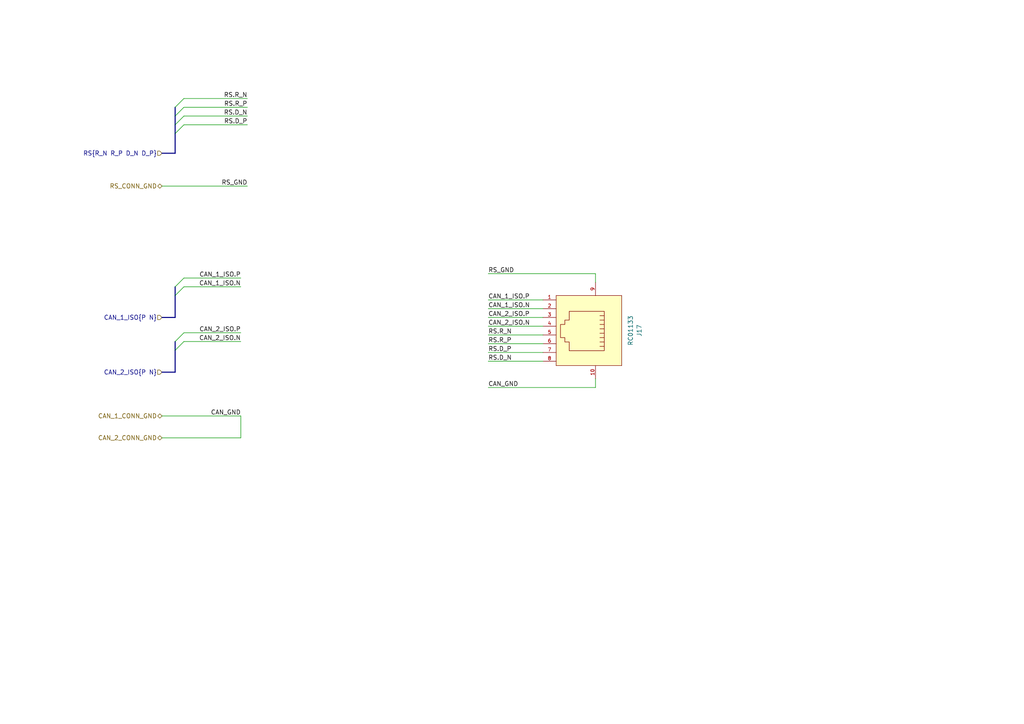
<source format=kicad_sch>
(kicad_sch (version 20250114) (generator "eeschema") (generator_version "9.0")
  (paper "A4")
  (lib_symbols
    (symbol "RC01133:RC01133" (pin_names (hide yes))
      (property "Reference" "J" (at -10.16 13.97 0))
      (property "Value" "RC01133" (at -6.35 -19.05 0))
      (symbol "RC01133_0_1"
        (rectangle (start -11.43 12.7) (end 8.89 -6.35) (fill (type background)))
        (polyline (pts (xy -6.858 7.62) (xy 4.572 7.62) (xy 4.572 -2.54) (xy 2.032 -2.54) (xy 2.032 -3.81) (xy 0.762 -3.81) (xy 0.762 -5.08) (xy -3.048 -5.08) (xy -3.048 -3.81) (xy -4.318 -3.81) (xy -4.318 -2.54) (xy -6.858 -2.54) (xy -6.858 7.62) (xy -6.858 7.62)))
        (polyline (pts (xy -5.588 6.35) (xy -5.588 7.62) (xy -5.588 7.62)))
        (polyline (pts (xy -4.318 7.62) (xy -4.318 6.35) (xy -4.318 6.35)))
        (polyline (pts (xy -3.048 7.62) (xy -3.048 6.35) (xy -3.048 6.35)))
        (polyline (pts (xy -1.778 7.62) (xy -1.778 6.35) (xy -1.778 6.35)))
        (polyline (pts (xy -0.508 7.62) (xy -0.508 6.35) (xy -0.508 6.35)))
        (polyline (pts (xy 0.762 7.62) (xy 0.762 6.35) (xy 0.762 6.35)))
        (polyline (pts (xy 2.032 6.35) (xy 2.032 7.62) (xy 2.032 7.62)))
        (polyline (pts (xy 3.302 6.35) (xy 3.302 7.62) (xy 3.302 7.62)))
        (pin unspecified line (at -15.24 5.08 0) (length 3.81) (name "9") (number "9"))
        (pin unspecified line (at -10.16 -10.16 90) (length 3.81) (name "1") (number "1"))
        (pin unspecified line (at -7.62 -10.16 90) (length 3.81) (name "2") (number "2"))
        (pin unspecified line (at -5.08 -10.16 90) (length 3.81) (name "3") (number "3"))
        (pin unspecified line (at -2.54 -10.16 90) (length 3.81) (name "4") (number "4"))
        (pin unspecified line (at 0 -10.16 90) (length 3.81) (name "5") (number "5"))
        (pin unspecified line (at 2.54 -10.16 90) (length 3.81) (name "6") (number "6"))
        (pin unspecified line (at 5.08 -10.16 90) (length 3.81) (name "7") (number "7"))
        (pin unspecified line (at 7.62 -10.16 90) (length 3.81) (name "8") (number "8"))
        (pin unspecified line (at 12.7 5.08 180) (length 3.81) (name "10") (number "10"))
      )
    )
  )
  (bus_entry (at 50.8 99.06) (size 2.54 -2.54))
  (bus_entry (at 50.8 31.115) (size 2.54 -2.54))
  (bus_entry (at 50.8 101.6) (size 2.54 -2.54))
  (bus_entry (at 50.8 83.185) (size 2.54 -2.54))
  (bus_entry (at 50.8 85.725) (size 2.54 -2.54))
  (bus_entry (at 50.8 33.655) (size 2.54 -2.54))
  (bus_entry (at 50.8 38.735) (size 2.54 -2.54))
  (bus_entry (at 50.8 36.195) (size 2.54 -2.54))
  (wire (pts (xy 157.48 92.075) (xy 141.605 92.075)))
  (wire (pts (xy 69.85 120.65) (xy 69.85 127)))
  (wire (pts (xy 53.34 36.195) (xy 71.755 36.195)))
  (wire (pts (xy 172.72 81.915) (xy 172.72 79.375)))
  (wire (pts (xy 53.34 28.575) (xy 71.755 28.575)))
  (wire (pts (xy 53.34 33.655) (xy 71.755 33.655)))
  (bus (pts (xy 50.8 33.655) (xy 50.8 31.115)))
  (wire (pts (xy 141.605 79.375) (xy 172.72 79.375)))
  (bus (pts (xy 50.8 36.195) (xy 50.8 38.735)))
  (bus (pts (xy 46.99 92.075) (xy 50.8 92.075)))
  (wire (pts (xy 53.34 99.06) (xy 69.85 99.06)))
  (bus (pts (xy 50.8 101.6) (xy 50.8 107.95)))
  (wire (pts (xy 46.99 53.975) (xy 71.755 53.975)))
  (wire (pts (xy 46.99 127) (xy 69.85 127)))
  (wire (pts (xy 157.48 102.235) (xy 141.605 102.235)))
  (wire (pts (xy 53.34 83.185) (xy 69.85 83.185)))
  (wire (pts (xy 46.99 120.65) (xy 69.85 120.65)))
  (wire (pts (xy 141.605 112.395) (xy 172.72 112.395)))
  (bus (pts (xy 46.99 107.95) (xy 50.8 107.95)))
  (bus (pts (xy 50.8 99.06) (xy 50.8 101.6)))
  (bus (pts (xy 50.8 44.45) (xy 46.99 44.45)))
  (wire (pts (xy 157.48 104.775) (xy 141.605 104.775)))
  (wire (pts (xy 157.48 86.995) (xy 141.605 86.995)))
  (bus (pts (xy 50.8 33.655) (xy 50.8 36.195)))
  (wire (pts (xy 53.34 96.52) (xy 69.85 96.52)))
  (bus (pts (xy 50.8 83.185) (xy 50.8 85.725)))
  (wire (pts (xy 157.48 89.535) (xy 141.605 89.535)))
  (wire (pts (xy 157.48 94.615) (xy 141.605 94.615)))
  (bus (pts (xy 50.8 38.735) (xy 50.8 44.45)))
  (wire (pts (xy 53.34 80.645) (xy 69.85 80.645)))
  (bus (pts (xy 50.8 85.725) (xy 50.8 92.075)))
  (wire (pts (xy 157.48 99.695) (xy 141.605 99.695)))
  (wire (pts (xy 53.34 31.115) (xy 71.755 31.115)))
  (wire (pts (xy 172.72 109.855) (xy 172.72 112.395)))
  (wire (pts (xy 157.48 97.155) (xy 141.605 97.155)))
  (label "RS_GND" (at 141.605 79.375 0))
  (label "RS.R_N" (at 141.605 97.155 0))
  (label "RS.R_P" (at 71.755 31.115 180))
  (label "RS.D_N" (at 71.755 33.655 180))
  (label "CAN_2_ISO.N" (at 69.85 99.06 180))
  (label "CAN_1_ISO.P" (at 69.85 80.645 180))
  (label "CAN_GND" (at 141.605 112.395 0))
  (label "RS.D_P" (at 71.755 36.195 180))
  (label "CAN_2_ISO.P" (at 141.605 92.075 0))
  (label "RS.R_N" (at 71.755 28.575 180))
  (label "RS.R_P" (at 141.605 99.695 0))
  (label "RS.D_N" (at 141.605 104.775 0))
  (label "CAN_2_ISO.N" (at 141.605 94.615 0))
  (label "CAN_2_ISO.P" (at 69.85 96.52 180))
  (label "RS_GND" (at 71.755 53.975 180))
  (label "CAN_1_ISO.P" (at 141.605 86.995 0))
  (label "CAN_GND" (at 69.85 120.65 180))
  (label "RS.D_P" (at 141.605 102.235 0))
  (label "CAN_1_ISO.N" (at 69.85 83.185 180))
  (label "CAN_1_ISO.N" (at 141.605 89.535 0))
  (hierarchical_label "CAN_2_ISO{P N}" (shape input) (at 46.99 107.95 180))
  (hierarchical_label "CAN_1_ISO{P N}" (shape input) (at 46.99 92.075 180))
  (hierarchical_label "RS{R_N R_P D_N D_P}" (shape input) (at 46.99 44.45 180))
  (hierarchical_label "CAN_1_CONN_GND" (shape bidirectional) (at 46.99 120.65 180))
  (hierarchical_label "CAN_2_CONN_GND" (shape bidirectional) (at 46.99 127 180))
  (hierarchical_label "RS_CONN_GND" (shape bidirectional) (at 46.99 53.975 180))
  (symbol (lib_id "RC01133:RC01133") (at 167.64 97.155 270) (unit 1)
    (property "Reference" "J17" (at 185.42 95.885 0))
    (property "Value" "RC01133" (at 182.88 95.885 0))
    (property "Footprint" "RJ45_SIMPLE:RJ45_SIMPLE" (effects (hide yes)))
    (property "Datasheet" "https://atta.szlcsc.com/upload/public/pdf/source/20200728/C708616_F79F0C1A8A5D9701E7B7144C9F29FA5C.pdf" (effects (hide yes)))
    (property "LCSC" "C708616" (effects (hide yes)))
  )
)
</source>
